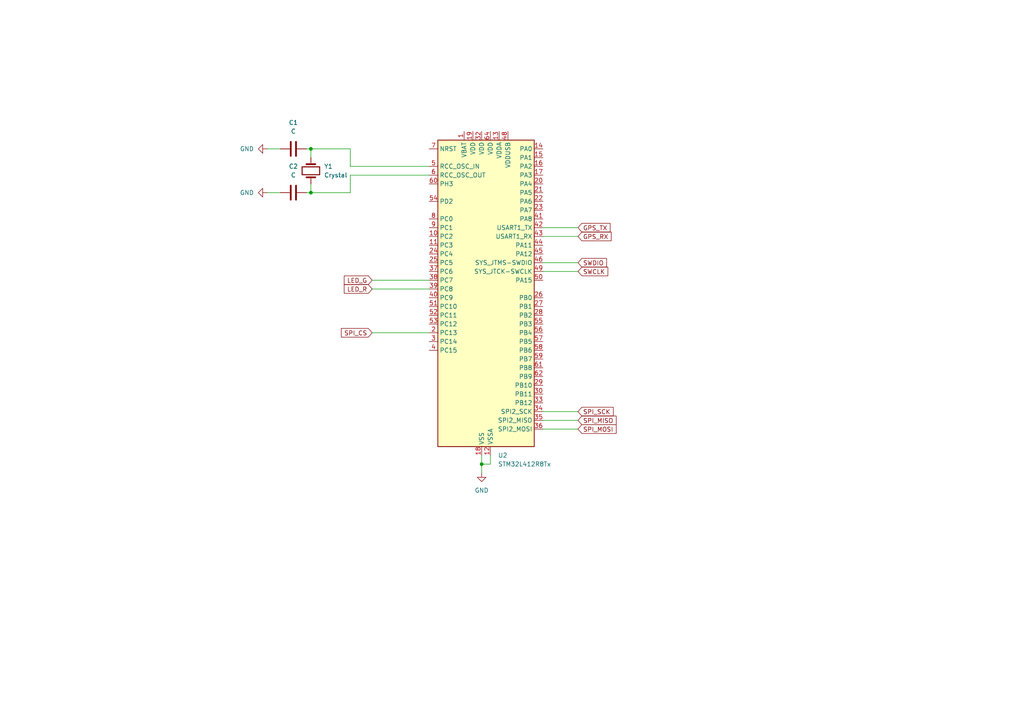
<source format=kicad_sch>
(kicad_sch (version 20231120) (generator "eeschema") (generator_version "8.0")
  (paper "A4")
  (lib_symbols
    (symbol "Device:C" (pin_numbers hide) (pin_names (offset 0.254))
      (property "Reference" "C" (at 0.635 2.54 0))
      (property "Value" "C" (at 0.635 -2.54 0))
      (symbol "C_0_1"
        (polyline (pts (xy -2.032 -0.762) (xy 2.032 -0.762)) (stroke (width 0.508)))
        (polyline (pts (xy -2.032 0.762) (xy 2.032 0.762)) (stroke (width 0.508)))
      )
      (symbol "C_1_1"
        (pin passive line (at 0 3.81 270) (length 2.794) (name "~") (number "1"))
        (pin passive line (at 0 -3.81 90) (length 2.794) (name "~") (number "2"))
      )
    )
    (symbol "Device:Crystal" (pin_numbers hide) (pin_names (offset 1.016) hide)
      (property "Reference" "Y" (at 0 3.81 0))
      (property "Value" "Crystal" (at 0 -3.81 0))
      (symbol "Crystal_0_1"
        (rectangle (start -1.143 2.54) (end 1.143 -2.54) (stroke (width 0.3048)))
        (polyline (pts (xy -2.54 0) (xy -1.905 0)))
        (polyline (pts (xy -1.905 -1.27) (xy -1.905 1.27)) (stroke (width 0.508)))
        (polyline (pts (xy 1.905 -1.27) (xy 1.905 1.27)) (stroke (width 0.508)))
        (polyline (pts (xy 2.54 0) (xy 1.905 0)))
      )
      (symbol "Crystal_1_1"
        (pin passive line (at -3.81 0 0) (length 1.27) (name "1") (number "1"))
        (pin passive line (at 3.81 0 180) (length 1.27) (name "2") (number "2"))
      )
    )
    (symbol "MCU_ST_STM32L4:STM32L412R8Tx"
      (property "Reference" "U" (at -12.7 46.99 0))
      (property "Value" "STM32L412R8Tx" (at 10.16 46.99 0))
      (symbol "STM32L412R8Tx_0_1"
        (rectangle (start -12.7 -43.18) (end 15.24 45.72) (stroke (width 0.254)) (fill (type background)))
      )
      (symbol "STM32L412R8Tx_1_1"
        (pin power_in line (at -5.08 48.26 270) (length 2.54) (name "VBAT") (number "1"))
        (pin bidirectional line (at -15.24 17.78 0) (length 2.54) (name "PC2") (number "10") (alternate "SPI2_MISO" bidirectional line))
        (pin bidirectional line (at -15.24 15.24 0) (length 2.54) (name "PC3") (number "11") (alternate "SPI2_MOSI" bidirectional line))
        (pin power_in line (at 2.54 -45.72 90) (length 2.54) (name "VSSA") (number "12"))
        (pin power_in line (at 5.08 48.26 270) (length 2.54) (name "VDDA") (number "13"))
        (pin bidirectional line (at 17.78 43.18 180) (length 2.54) (name "PA0") (number "14"))
        (pin bidirectional line (at 17.78 40.64 180) (length 2.54) (name "PA1") (number "15"))
        (pin bidirectional line (at 17.78 38.1 180) (length 2.54) (name "PA2") (number "16"))
        (pin bidirectional line (at 17.78 35.56 180) (length 2.54) (name "PA3") (number "17"))
        (pin power_in line (at 0 -45.72 90) (length 2.54) (name "VSS") (number "18"))
        (pin power_in line (at -2.54 48.26 270) (length 2.54) (name "VDD") (number "19"))
        (pin bidirectional line (at -15.24 -10.16 0) (length 2.54) (name "PC13") (number "2"))
        (pin bidirectional line (at 17.78 33.02 180) (length 2.54) (name "PA4") (number "20"))
        (pin bidirectional line (at 17.78 30.48 180) (length 2.54) (name "PA5") (number "21"))
        (pin bidirectional line (at 17.78 27.94 180) (length 2.54) (name "PA6") (number "22"))
        (pin bidirectional line (at 17.78 25.4 180) (length 2.54) (name "PA7") (number "23"))
        (pin bidirectional line (at -15.24 12.7 0) (length 2.54) (name "PC4") (number "24"))
        (pin bidirectional line (at -15.24 10.16 0) (length 2.54) (name "PC5") (number "25"))
        (pin bidirectional line (at 17.78 0 180) (length 2.54) (name "PB0") (number "26"))
        (pin bidirectional line (at 17.78 -2.54 180) (length 2.54) (name "PB1") (number "27"))
        (pin bidirectional line (at 17.78 -5.08 180) (length 2.54) (name "PB2") (number "28"))
        (pin bidirectional line (at 17.78 -25.4 180) (length 2.54) (name "PB10") (number "29") (alternate "SPI2_SCK" bidirectional line))
        (pin bidirectional line (at -15.24 -12.7 0) (length 2.54) (name "PC14") (number "3"))
        (pin bidirectional line (at 17.78 -27.94 180) (length 2.54) (name "PB11") (number "30"))
        (pin passive line (at 0 -45.72 90) (length 2.54) hide (name "VSS") (number "31"))
        (pin power_in line (at 0 48.26 270) (length 2.54) (name "VDD") (number "32"))
        (pin bidirectional line (at 17.78 -30.48 180) (length 2.54) (name "PB12") (number "33"))
        (pin bidirectional line (at 17.78 -33.02 180) (length 2.54) (name "PB13") (number "34") (alternate "SPI2_SCK" bidirectional line))
        (pin bidirectional line (at 17.78 -35.56 180) (length 2.54) (name "PB14") (number "35") (alternate "SPI2_MISO" bidirectional line))
        (pin bidirectional line (at 17.78 -38.1 180) (length 2.54) (name "PB15") (number "36") (alternate "SPI2_MOSI" bidirectional line))
        (pin bidirectional line (at -15.24 7.62 0) (length 2.54) (name "PC6") (number "37"))
        (pin bidirectional line (at -15.24 5.08 0) (length 2.54) (name "PC7") (number "38"))
        (pin bidirectional line (at -15.24 2.54 0) (length 2.54) (name "PC8") (number "39"))
        (pin bidirectional line (at -15.24 -15.24 0) (length 2.54) (name "PC15") (number "4"))
        (pin bidirectional line (at -15.24 0 0) (length 2.54) (name "PC9") (number "40"))
        (pin bidirectional line (at 17.78 22.86 180) (length 2.54) (name "PA8") (number "41"))
        (pin bidirectional line (at 17.78 20.32 180) (length 2.54) (name "PA9") (number "42") (alternate "USART1_TX" bidirectional line))
        (pin bidirectional line (at 17.78 17.78 180) (length 2.54) (name "PA10") (number "43") (alternate "USART1_RX" bidirectional line))
        (pin bidirectional line (at 17.78 15.24 180) (length 2.54) (name "PA11") (number "44"))
        (pin bidirectional line (at 17.78 12.7 180) (length 2.54) (name "PA12") (number "45"))
        (pin bidirectional line (at 17.78 10.16 180) (length 2.54) (name "PA13") (number "46") (alternate "SYS_JTMS-SWDIO" bidirectional line))
        (pin passive line (at 0 -45.72 90) (length 2.54) hide (name "VSS") (number "47"))
        (pin power_in line (at 7.62 48.26 270) (length 2.54) (name "VDDUSB") (number "48"))
        (pin bidirectional line (at 17.78 7.62 180) (length 2.54) (name "PA14") (number "49") (alternate "SYS_JTCK-SWCLK" bidirectional line))
        (pin bidirectional line (at -15.24 38.1 0) (length 2.54) (name "PH0") (number "5") (alternate "RCC_OSC_IN" bidirectional line))
        (pin bidirectional line (at 17.78 5.08 180) (length 2.54) (name "PA15") (number "50"))
        (pin bidirectional line (at -15.24 -2.54 0) (length 2.54) (name "PC10") (number "51"))
        (pin bidirectional line (at -15.24 -5.08 0) (length 2.54) (name "PC11") (number "52"))
        (pin bidirectional line (at -15.24 -7.62 0) (length 2.54) (name "PC12") (number "53"))
        (pin bidirectional line (at -15.24 27.94 0) (length 2.54) (name "PD2") (number "54"))
        (pin bidirectional line (at 17.78 -7.62 180) (length 2.54) (name "PB3") (number "55"))
        (pin bidirectional line (at 17.78 -10.16 180) (length 2.54) (name "PB4") (number "56"))
        (pin bidirectional line (at 17.78 -12.7 180) (length 2.54) (name "PB5") (number "57"))
        (pin bidirectional line (at 17.78 -15.24 180) (length 2.54) (name "PB6") (number "58") (alternate "USART1_TX" bidirectional line))
        (pin bidirectional line (at 17.78 -17.78 180) (length 2.54) (name "PB7") (number "59") (alternate "USART1_RX" bidirectional line))
        (pin bidirectional line (at -15.24 35.56 0) (length 2.54) (name "PH1") (number "6") (alternate "RCC_OSC_OUT" bidirectional line))
        (pin bidirectional line (at -15.24 33.02 0) (length 2.54) (name "PH3") (number "60"))
        (pin bidirectional line (at 17.78 -20.32 180) (length 2.54) (name "PB8") (number "61"))
        (pin bidirectional line (at 17.78 -22.86 180) (length 2.54) (name "PB9") (number "62"))
        (pin passive line (at 0 -45.72 90) (length 2.54) hide (name "VSS") (number "63"))
        (pin power_in line (at 2.54 48.26 270) (length 2.54) (name "VDD") (number "64"))
        (pin input line (at -15.24 43.18 0) (length 2.54) (name "NRST") (number "7"))
        (pin bidirectional line (at -15.24 22.86 0) (length 2.54) (name "PC0") (number "8"))
        (pin bidirectional line (at -15.24 20.32 0) (length 2.54) (name "PC1") (number "9"))
      )
    )
    (symbol "power:GND" (power) (pin_numbers hide) (pin_names (offset 0) hide)
      (property "Value" "GND" (at 0 -3.81 0))
      (symbol "GND_0_1"
        (polyline (pts (xy 0 0) (xy 0 -1.27) (xy 1.27 -1.27) (xy 0 -2.54) (xy -1.27 -1.27) (xy 0 -1.27)))
      )
      (symbol "GND_1_1"
        (pin power_in line (at 0 0 270) (length 0) (name "~") (number "1"))
      )
    )
  )
  (junction (at 90.17 55.88))
  (junction (at 139.7 134.62))
  (junction (at 90.17 43.18))
  (wire (pts (xy 157.48 68.58) (xy 167.64 68.58)))
  (wire (pts (xy 124.46 48.26) (xy 101.6 48.26)))
  (wire (pts (xy 139.7 134.62) (xy 139.7 137.16)))
  (wire (pts (xy 142.24 132.08) (xy 142.24 134.62)))
  (wire (pts (xy 101.6 43.18) (xy 90.17 43.18)))
  (wire (pts (xy 167.64 124.46) (xy 157.48 124.46)))
  (wire (pts (xy 101.6 55.88) (xy 101.6 50.8)))
  (wire (pts (xy 101.6 50.8) (xy 124.46 50.8)))
  (wire (pts (xy 139.7 134.62) (xy 142.24 134.62)))
  (wire (pts (xy 88.9 55.88) (xy 90.17 55.88)))
  (wire (pts (xy 90.17 43.18) (xy 90.17 45.72)))
  (wire (pts (xy 157.48 66.04) (xy 167.64 66.04)))
  (wire (pts (xy 90.17 55.88) (xy 101.6 55.88)))
  (wire (pts (xy 90.17 53.34) (xy 90.17 55.88)))
  (wire (pts (xy 167.64 121.92) (xy 157.48 121.92)))
  (wire (pts (xy 157.48 78.74) (xy 167.64 78.74)))
  (wire (pts (xy 77.47 55.88) (xy 81.28 55.88)))
  (wire (pts (xy 167.64 119.38) (xy 157.48 119.38)))
  (wire (pts (xy 157.48 76.2) (xy 167.64 76.2)))
  (wire (pts (xy 88.9 43.18) (xy 90.17 43.18)))
  (wire (pts (xy 139.7 132.08) (xy 139.7 134.62)))
  (wire (pts (xy 107.95 81.28) (xy 124.46 81.28)))
  (wire (pts (xy 107.95 96.52) (xy 124.46 96.52)))
  (wire (pts (xy 77.47 43.18) (xy 81.28 43.18)))
  (wire (pts (xy 107.95 83.82) (xy 124.46 83.82)))
  (wire (pts (xy 101.6 48.26) (xy 101.6 43.18)))
  (global_label "GPS_TX" (shape input) (at 167.64 66.04 0) (property "Intersheetrefs" "${INTERSHEET_REFS}" (effects (hide yes))))
  (global_label "SWCLK" (shape input) (at 167.64 78.74 0) (property "Intersheetrefs" "${INTERSHEET_REFS}" (effects (hide yes))))
  (global_label "SWDIO" (shape input) (at 167.64 76.2 0) (property "Intersheetrefs" "${INTERSHEET_REFS}" (effects (hide yes))))
  (global_label "LED_R" (shape input) (at 107.95 83.82 180) (property "Intersheetrefs" "${INTERSHEET_REFS}" (effects (hide yes))))
  (global_label "LED_G" (shape input) (at 107.95 81.28 180) (property "Intersheetrefs" "${INTERSHEET_REFS}" (effects (hide yes))))
  (global_label "SPI_MOSI" (shape input) (at 167.64 124.46 0) (property "Intersheetrefs" "${INTERSHEET_REFS}" (effects (hide yes))))
  (global_label "SPI_CS" (shape input) (at 107.95 96.52 180) (property "Intersheetrefs" "${INTERSHEET_REFS}" (effects (hide yes))))
  (global_label "SPI_MISO" (shape input) (at 167.64 121.92 0) (property "Intersheetrefs" "${INTERSHEET_REFS}" (effects (hide yes))))
  (global_label "SPI_SCK" (shape input) (at 167.64 119.38 0) (property "Intersheetrefs" "${INTERSHEET_REFS}" (effects (hide yes))))
  (global_label "GPS_RX" (shape input) (at 167.64 68.58 0) (property "Intersheetrefs" "${INTERSHEET_REFS}" (effects (hide yes))))
  (symbol (lib_id "MCU_ST_STM32L4:STM32L412R8Tx") (at 139.7 86.36 0) (unit 1)
    (property "Reference" "U2" (at 144.4341 132.08 0) (effects (justify left)))
    (property "Value" "STM32L412R8Tx" (at 144.4341 134.62 0) (effects (justify left)))
    (property "Footprint" "Package_QFP:LQFP-64_10x10mm_P0.5mm" (effects (hide yes)))
    (property "Datasheet" "https://www.st.com/resource/en/datasheet/stm32l412r8.pdf" (effects (hide yes)))
    (property "Description" "STMicroelectronics Arm Cortex-M4 MCU, 64KB flash, 40KB RAM, 80 MHz, 1.71-3.6V, 52 GPIO, LQFP64" (effects (hide yes)))
    (pin "43" (alternate "USART1_RX"))
    (pin "46" (alternate "SYS_JTMS-SWDIO"))
    (pin "6" (alternate "RCC_OSC_OUT"))
    (pin "49" (alternate "SYS_JTCK-SWCLK"))
    (pin "5" (alternate "RCC_OSC_IN"))
    (pin "36" (alternate "SPI2_MOSI"))
    (pin "42" (alternate "USART1_TX"))
    (pin "35" (alternate "SPI2_MISO"))
    (pin "34" (alternate "SPI2_SCK"))
  )
  (symbol (lib_id "Device:C") (at 85.09 55.88 90) (unit 1)
    (property "Reference" "C2" (at 85.09 48.26 90))
    (property "Value" "C" (at 85.09 50.8 90))
    (property "Description" "Unpolarized capacitor" (effects (hide yes)))
  )
  (symbol (lib_id "power:GND") (at 139.7 137.16 0) (unit 1)
    (property "Reference" "#PWR01" (effects (hide yes)))
    (property "Value" "GND" (at 139.7 142.24 0))
    (property "Description" "Power symbol creates a global label with name \"GND\" , ground" (effects (hide yes)))
  )
  (symbol (lib_id "Device:Crystal") (at 90.17 49.53 270) (unit 1)
    (property "Reference" "Y1" (at 93.98 48.2599 90) (effects (justify left)))
    (property "Value" "Crystal" (at 93.98 50.7999 90) (effects (justify left)))
    (property "Description" "Two pin crystal" (effects (hide yes)))
  )
  (symbol (lib_id "power:GND") (at 77.47 55.88 270) (unit 1)
    (property "Reference" "#PWR03" (effects (hide yes)))
    (property "Value" "GND" (at 73.66 55.8799 90) (effects (justify right)))
    (property "Description" "Power symbol creates a global label with name \"GND\" , ground" (effects (hide yes)))
  )
  (symbol (lib_id "Device:C") (at 85.09 43.18 90) (unit 1)
    (property "Reference" "C1" (at 85.09 35.56 90))
    (property "Value" "C" (at 85.09 38.1 90))
    (property "Description" "Unpolarized capacitor" (effects (hide yes)))
  )
  (symbol (lib_id "power:GND") (at 77.47 43.18 270) (unit 1)
    (property "Reference" "#PWR02" (effects (hide yes)))
    (property "Value" "GND" (at 73.66 43.1799 90) (effects (justify right)))
    (property "Description" "Power symbol creates a global label with name \"GND\" , ground" (effects (hide yes)))
  )
)
</source>
